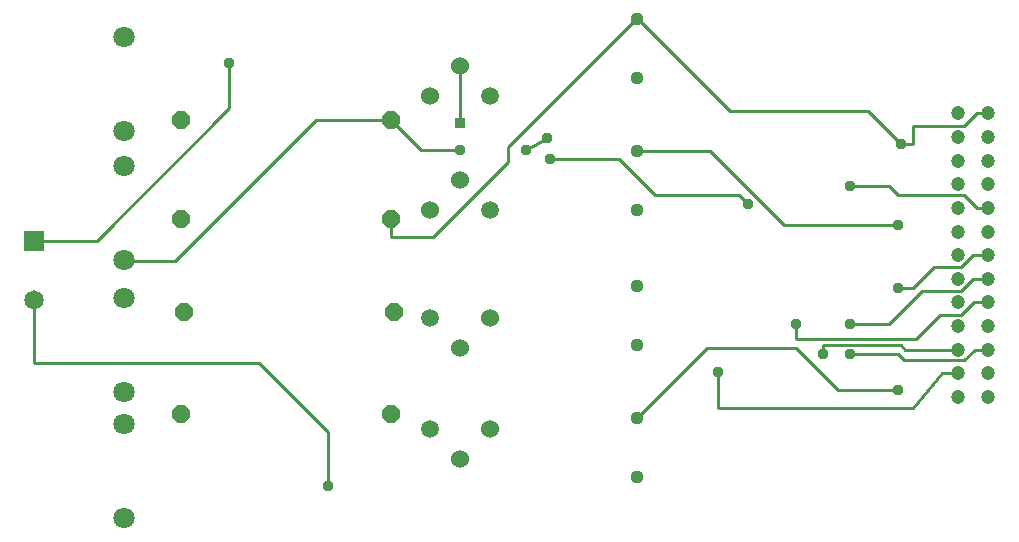
<source format=gbl>
G75*
G70*
%OFA0B0*%
%FSLAX24Y24*%
%IPPOS*%
%LPD*%
%AMOC8*
5,1,8,0,0,1.08239X$1,22.5*
%
%ADD10C,0.0709*%
%ADD11OC8,0.0600*%
%ADD12C,0.0443*%
%ADD13C,0.0472*%
%ADD14C,0.0591*%
%ADD15C,0.0600*%
%ADD16R,0.0650X0.0650*%
%ADD17C,0.0650*%
%ADD18C,0.0100*%
%ADD19C,0.0376*%
%ADD20R,0.0376X0.0376*%
D10*
X051708Y001894D03*
X051708Y005043D03*
X051708Y006094D03*
X051708Y009243D03*
X051708Y010494D03*
X051708Y013643D03*
X051708Y014794D03*
X051708Y017943D03*
D11*
X053608Y015168D03*
X060608Y015168D03*
X060608Y011868D03*
X053608Y011868D03*
X053708Y008768D03*
X060708Y008768D03*
X060608Y005368D03*
X053608Y005368D03*
D12*
X068808Y005237D03*
X068808Y003268D03*
X068808Y007668D03*
X068808Y009637D03*
X068808Y012168D03*
X068808Y014137D03*
X068808Y016568D03*
X068808Y018537D03*
D13*
X079508Y015393D03*
X080492Y015393D03*
X080492Y014605D03*
X079508Y014605D03*
X079508Y013818D03*
X080492Y013818D03*
X080492Y013031D03*
X079508Y013031D03*
X079508Y012243D03*
X080492Y012243D03*
X080492Y011456D03*
X079508Y011456D03*
X079508Y010668D03*
X080492Y010668D03*
X080492Y009881D03*
X079508Y009881D03*
X079508Y009094D03*
X080492Y009094D03*
X080492Y008306D03*
X079508Y008306D03*
X079508Y007519D03*
X080492Y007519D03*
X080492Y006731D03*
X079508Y006731D03*
X079508Y005944D03*
X080492Y005944D03*
D14*
X061908Y004868D03*
X061908Y008568D03*
X063908Y012168D03*
X063908Y015968D03*
D15*
X061908Y015968D03*
X062908Y016968D03*
X062908Y013168D03*
X061908Y012168D03*
X063908Y008568D03*
X062908Y007568D03*
X063908Y004868D03*
X062908Y003868D03*
D16*
X048708Y011153D03*
D17*
X048708Y009184D03*
D18*
X048708Y007068D01*
X056208Y007068D01*
X058508Y004768D01*
X058508Y002968D01*
X068808Y005237D02*
X071139Y007568D01*
X074108Y007568D01*
X075508Y006168D01*
X077508Y006168D01*
X078008Y005568D02*
X071508Y005568D01*
X071508Y006768D01*
X075008Y007368D02*
X075008Y007668D01*
X077608Y007668D01*
X077757Y007519D01*
X079508Y007519D01*
X079708Y007168D02*
X080058Y007519D01*
X080492Y007519D01*
X079708Y007168D02*
X077708Y007168D01*
X077508Y007368D01*
X075908Y007368D01*
X074108Y007868D02*
X074108Y008368D01*
X075908Y008368D02*
X077208Y008368D01*
X078308Y009468D01*
X079608Y009468D01*
X080020Y009881D01*
X080492Y009881D01*
X080008Y010668D02*
X079608Y010268D01*
X078708Y010268D01*
X078008Y009568D01*
X077508Y009568D01*
X079608Y008668D02*
X080033Y009094D01*
X080492Y009094D01*
X079608Y008668D02*
X078908Y008668D01*
X078108Y007868D01*
X074108Y007868D01*
X078008Y005568D02*
X078971Y006731D01*
X079508Y006731D01*
X080008Y010668D02*
X080492Y010668D01*
X077508Y011668D02*
X073708Y011668D01*
X071239Y014137D01*
X068808Y014137D01*
X068208Y013868D02*
X069408Y012668D01*
X072208Y012668D01*
X072508Y012368D01*
X075908Y012968D02*
X077208Y012968D01*
X077508Y012668D01*
X079708Y012668D01*
X080133Y012243D01*
X080492Y012243D01*
X078008Y014368D02*
X077608Y014368D01*
X076508Y015468D01*
X071908Y015468D01*
X068839Y018537D01*
X068808Y018537D01*
X068776Y018537D01*
X064508Y014268D01*
X064508Y013768D01*
X062008Y011268D01*
X060608Y011268D01*
X060608Y011868D01*
X058108Y015168D02*
X053408Y010468D01*
X051733Y010468D01*
X051708Y010494D01*
X050792Y011153D02*
X055208Y015568D01*
X055208Y017068D01*
X062908Y016968D02*
X062908Y015068D01*
X061608Y014168D02*
X060608Y015168D01*
X058108Y015168D01*
X061608Y014168D02*
X062908Y014168D01*
X065108Y014168D02*
X065808Y014568D01*
X065908Y013868D02*
X068208Y013868D01*
X078008Y014368D02*
X078008Y014968D01*
X079708Y014968D01*
X080132Y015393D01*
X080492Y015393D01*
X050792Y011153D02*
X048708Y011153D01*
D19*
X062908Y014168D03*
X065108Y014168D03*
X065908Y013868D03*
X065808Y014568D03*
X072508Y012368D03*
X075908Y012968D03*
X077508Y011668D03*
X077508Y009568D03*
X075908Y008368D03*
X075908Y008368D03*
X074108Y008368D03*
X074108Y008368D03*
X075008Y007368D03*
X075008Y007368D03*
X075908Y007368D03*
X071508Y006768D03*
X077508Y006168D03*
X058508Y002968D03*
X077608Y014368D03*
X055208Y017068D03*
D20*
X062908Y015068D03*
M02*

</source>
